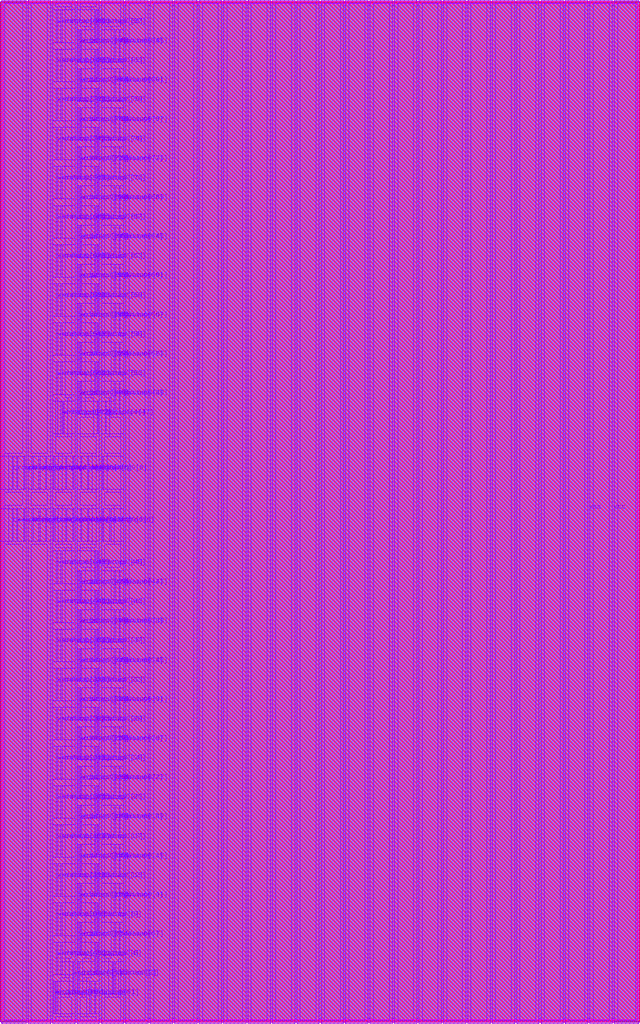
<source format=lef>
VERSION 5.8 ;
BUSBITCHARS "[]" ;
DIVIDERCHAR "/" ;

UNITS
  DATABASE MICRONS 4000 ;
END UNITS

PROPERTYDEFINITIONS
  MACRO hpml_layer STRING ;
  MACRO heml_layer STRING ;
END PROPERTYDEFINITIONS

MACRO arf086b128e1r1w0cbbehsaa4acw
  CLASS BLOCK ;
  FOREIGN arf086b128e1r1w0cbbehsaa4acw ;
  ORIGIN 0 0 ;
  SIZE 23.4 BY 37.44 ;
  PIN ckrdp0
    DIRECTION INPUT ;
    USE SIGNAL ;
    PORT
      LAYER m7 ;
        RECT 0.344 19.56 0.388 20.76 ;
    END
  END ckrdp0
  PIN ckwrp0
    DIRECTION INPUT ;
    USE SIGNAL ;
    PORT
      LAYER m7 ;
        RECT 0.344 17.64 0.388 18.84 ;
    END
  END ckwrp0
  PIN rdaddrp0[0]
    DIRECTION INPUT ;
    USE SIGNAL ;
    PORT
      LAYER m7 ;
        RECT 1.584 19.56 1.628 20.76 ;
    END
  END rdaddrp0[0]
  PIN rdaddrp0[1]
    DIRECTION INPUT ;
    USE SIGNAL ;
    PORT
      LAYER m7 ;
        RECT 1.884 19.56 1.928 20.76 ;
    END
  END rdaddrp0[1]
  PIN rdaddrp0[2]
    DIRECTION INPUT ;
    USE SIGNAL ;
    PORT
      LAYER m7 ;
        RECT 2.312 19.56 2.356 20.76 ;
    END
  END rdaddrp0[2]
  PIN rdaddrp0[3]
    DIRECTION INPUT ;
    USE SIGNAL ;
    PORT
      LAYER m7 ;
        RECT 2.572 19.56 2.616 20.76 ;
    END
  END rdaddrp0[3]
  PIN rdaddrp0[4]
    DIRECTION INPUT ;
    USE SIGNAL ;
    PORT
      LAYER m7 ;
        RECT 2.872 19.56 2.916 20.76 ;
    END
  END rdaddrp0[4]
  PIN rdaddrp0[5]
    DIRECTION INPUT ;
    USE SIGNAL ;
    PORT
      LAYER m7 ;
        RECT 3.128 19.56 3.172 20.76 ;
    END
  END rdaddrp0[5]
  PIN rdaddrp0[6]
    DIRECTION INPUT ;
    USE SIGNAL ;
    PORT
      LAYER m7 ;
        RECT 3.684 19.56 3.728 20.76 ;
    END
  END rdaddrp0[6]
  PIN rdaddrp0_fd
    DIRECTION INPUT ;
    USE SIGNAL ;
    PORT
      LAYER m7 ;
        RECT 0.512 19.56 0.556 20.76 ;
    END
  END rdaddrp0_fd
  PIN rdaddrp0_rd
    DIRECTION INPUT ;
    USE SIGNAL ;
    PORT
      LAYER m7 ;
        RECT 0.772 19.56 0.816 20.76 ;
    END
  END rdaddrp0_rd
  PIN rdenp0
    DIRECTION INPUT ;
    USE SIGNAL ;
    PORT
      LAYER m7 ;
        RECT 1.072 19.56 1.116 20.76 ;
    END
  END rdenp0
  PIN sdl_initp0
    DIRECTION INPUT ;
    USE SIGNAL ;
    PORT
      LAYER m7 ;
        RECT 1.328 19.56 1.372 20.76 ;
    END
  END sdl_initp0
  PIN wraddrp0[0]
    DIRECTION INPUT ;
    USE SIGNAL ;
    PORT
      LAYER m7 ;
        RECT 1.884 17.64 1.928 18.84 ;
    END
  END wraddrp0[0]
  PIN wraddrp0[1]
    DIRECTION INPUT ;
    USE SIGNAL ;
    PORT
      LAYER m7 ;
        RECT 2.312 17.64 2.356 18.84 ;
    END
  END wraddrp0[1]
  PIN wraddrp0[2]
    DIRECTION INPUT ;
    USE SIGNAL ;
    PORT
      LAYER m7 ;
        RECT 2.572 17.64 2.616 18.84 ;
    END
  END wraddrp0[2]
  PIN wraddrp0[3]
    DIRECTION INPUT ;
    USE SIGNAL ;
    PORT
      LAYER m7 ;
        RECT 2.872 17.64 2.916 18.84 ;
    END
  END wraddrp0[3]
  PIN wraddrp0[4]
    DIRECTION INPUT ;
    USE SIGNAL ;
    PORT
      LAYER m7 ;
        RECT 3.128 17.64 3.172 18.84 ;
    END
  END wraddrp0[4]
  PIN wraddrp0[5]
    DIRECTION INPUT ;
    USE SIGNAL ;
    PORT
      LAYER m7 ;
        RECT 3.684 17.64 3.728 18.84 ;
    END
  END wraddrp0[5]
  PIN wraddrp0[6]
    DIRECTION INPUT ;
    USE SIGNAL ;
    PORT
      LAYER m7 ;
        RECT 3.944 17.64 3.988 18.84 ;
    END
  END wraddrp0[6]
  PIN wraddrp0_fd
    DIRECTION INPUT ;
    USE SIGNAL ;
    PORT
      LAYER m7 ;
        RECT 0.512 17.64 0.556 18.84 ;
    END
  END wraddrp0_fd
  PIN wraddrp0_rd
    DIRECTION INPUT ;
    USE SIGNAL ;
    PORT
      LAYER m7 ;
        RECT 0.772 17.64 0.816 18.84 ;
    END
  END wraddrp0_rd
  PIN wrdatap0[0]
    DIRECTION INPUT ;
    USE SIGNAL ;
    PORT
      LAYER m7 ;
        RECT 1.884 0.24 1.928 1.44 ;
    END
  END wrdatap0[0]
  PIN wrdatap0[10]
    DIRECTION INPUT ;
    USE SIGNAL ;
    PORT
      LAYER m7 ;
        RECT 2.784 3.84 2.828 5.04 ;
    END
  END wrdatap0[10]
  PIN wrdatap0[11]
    DIRECTION INPUT ;
    USE SIGNAL ;
    PORT
      LAYER m7 ;
        RECT 2.872 3.84 2.916 5.04 ;
    END
  END wrdatap0[11]
  PIN wrdatap0[12]
    DIRECTION INPUT ;
    USE SIGNAL ;
    PORT
      LAYER m7 ;
        RECT 1.972 4.56 2.016 5.76 ;
    END
  END wrdatap0[12]
  PIN wrdatap0[13]
    DIRECTION INPUT ;
    USE SIGNAL ;
    PORT
      LAYER m7 ;
        RECT 2.144 4.56 2.188 5.76 ;
    END
  END wrdatap0[13]
  PIN wrdatap0[14]
    DIRECTION INPUT ;
    USE SIGNAL ;
    PORT
      LAYER m7 ;
        RECT 2.784 5.28 2.828 6.48 ;
    END
  END wrdatap0[14]
  PIN wrdatap0[15]
    DIRECTION INPUT ;
    USE SIGNAL ;
    PORT
      LAYER m7 ;
        RECT 2.872 5.28 2.916 6.48 ;
    END
  END wrdatap0[15]
  PIN wrdatap0[16]
    DIRECTION INPUT ;
    USE SIGNAL ;
    PORT
      LAYER m7 ;
        RECT 1.972 6 2.016 7.2 ;
    END
  END wrdatap0[16]
  PIN wrdatap0[17]
    DIRECTION INPUT ;
    USE SIGNAL ;
    PORT
      LAYER m7 ;
        RECT 2.144 6 2.188 7.2 ;
    END
  END wrdatap0[17]
  PIN wrdatap0[18]
    DIRECTION INPUT ;
    USE SIGNAL ;
    PORT
      LAYER m7 ;
        RECT 2.784 6.72 2.828 7.92 ;
    END
  END wrdatap0[18]
  PIN wrdatap0[19]
    DIRECTION INPUT ;
    USE SIGNAL ;
    PORT
      LAYER m7 ;
        RECT 2.872 6.72 2.916 7.92 ;
    END
  END wrdatap0[19]
  PIN wrdatap0[1]
    DIRECTION INPUT ;
    USE SIGNAL ;
    PORT
      LAYER m7 ;
        RECT 1.972 0.24 2.016 1.44 ;
    END
  END wrdatap0[1]
  PIN wrdatap0[20]
    DIRECTION INPUT ;
    USE SIGNAL ;
    PORT
      LAYER m7 ;
        RECT 1.972 7.44 2.016 8.64 ;
    END
  END wrdatap0[20]
  PIN wrdatap0[21]
    DIRECTION INPUT ;
    USE SIGNAL ;
    PORT
      LAYER m7 ;
        RECT 2.144 7.44 2.188 8.64 ;
    END
  END wrdatap0[21]
  PIN wrdatap0[22]
    DIRECTION INPUT ;
    USE SIGNAL ;
    PORT
      LAYER m7 ;
        RECT 2.784 8.16 2.828 9.36 ;
    END
  END wrdatap0[22]
  PIN wrdatap0[23]
    DIRECTION INPUT ;
    USE SIGNAL ;
    PORT
      LAYER m7 ;
        RECT 2.872 8.16 2.916 9.36 ;
    END
  END wrdatap0[23]
  PIN wrdatap0[24]
    DIRECTION INPUT ;
    USE SIGNAL ;
    PORT
      LAYER m7 ;
        RECT 1.972 8.88 2.016 10.08 ;
    END
  END wrdatap0[24]
  PIN wrdatap0[25]
    DIRECTION INPUT ;
    USE SIGNAL ;
    PORT
      LAYER m7 ;
        RECT 2.144 8.88 2.188 10.08 ;
    END
  END wrdatap0[25]
  PIN wrdatap0[26]
    DIRECTION INPUT ;
    USE SIGNAL ;
    PORT
      LAYER m7 ;
        RECT 2.784 9.6 2.828 10.8 ;
    END
  END wrdatap0[26]
  PIN wrdatap0[27]
    DIRECTION INPUT ;
    USE SIGNAL ;
    PORT
      LAYER m7 ;
        RECT 2.872 9.6 2.916 10.8 ;
    END
  END wrdatap0[27]
  PIN wrdatap0[28]
    DIRECTION INPUT ;
    USE SIGNAL ;
    PORT
      LAYER m7 ;
        RECT 1.972 10.32 2.016 11.52 ;
    END
  END wrdatap0[28]
  PIN wrdatap0[29]
    DIRECTION INPUT ;
    USE SIGNAL ;
    PORT
      LAYER m7 ;
        RECT 2.144 10.32 2.188 11.52 ;
    END
  END wrdatap0[29]
  PIN wrdatap0[2]
    DIRECTION INPUT ;
    USE SIGNAL ;
    PORT
      LAYER m7 ;
        RECT 2.572 0.96 2.616 2.16 ;
    END
  END wrdatap0[2]
  PIN wrdatap0[30]
    DIRECTION INPUT ;
    USE SIGNAL ;
    PORT
      LAYER m7 ;
        RECT 2.784 11.04 2.828 12.24 ;
    END
  END wrdatap0[30]
  PIN wrdatap0[31]
    DIRECTION INPUT ;
    USE SIGNAL ;
    PORT
      LAYER m7 ;
        RECT 2.872 11.04 2.916 12.24 ;
    END
  END wrdatap0[31]
  PIN wrdatap0[32]
    DIRECTION INPUT ;
    USE SIGNAL ;
    PORT
      LAYER m7 ;
        RECT 1.972 11.76 2.016 12.96 ;
    END
  END wrdatap0[32]
  PIN wrdatap0[33]
    DIRECTION INPUT ;
    USE SIGNAL ;
    PORT
      LAYER m7 ;
        RECT 2.144 11.76 2.188 12.96 ;
    END
  END wrdatap0[33]
  PIN wrdatap0[34]
    DIRECTION INPUT ;
    USE SIGNAL ;
    PORT
      LAYER m7 ;
        RECT 2.784 12.48 2.828 13.68 ;
    END
  END wrdatap0[34]
  PIN wrdatap0[35]
    DIRECTION INPUT ;
    USE SIGNAL ;
    PORT
      LAYER m7 ;
        RECT 2.872 12.48 2.916 13.68 ;
    END
  END wrdatap0[35]
  PIN wrdatap0[36]
    DIRECTION INPUT ;
    USE SIGNAL ;
    PORT
      LAYER m7 ;
        RECT 1.972 13.2 2.016 14.4 ;
    END
  END wrdatap0[36]
  PIN wrdatap0[37]
    DIRECTION INPUT ;
    USE SIGNAL ;
    PORT
      LAYER m7 ;
        RECT 2.144 13.2 2.188 14.4 ;
    END
  END wrdatap0[37]
  PIN wrdatap0[38]
    DIRECTION INPUT ;
    USE SIGNAL ;
    PORT
      LAYER m7 ;
        RECT 2.784 13.92 2.828 15.12 ;
    END
  END wrdatap0[38]
  PIN wrdatap0[39]
    DIRECTION INPUT ;
    USE SIGNAL ;
    PORT
      LAYER m7 ;
        RECT 2.872 13.92 2.916 15.12 ;
    END
  END wrdatap0[39]
  PIN wrdatap0[3]
    DIRECTION INPUT ;
    USE SIGNAL ;
    PORT
      LAYER m7 ;
        RECT 2.784 0.96 2.828 2.16 ;
    END
  END wrdatap0[3]
  PIN wrdatap0[40]
    DIRECTION INPUT ;
    USE SIGNAL ;
    PORT
      LAYER m7 ;
        RECT 1.972 14.64 2.016 15.84 ;
    END
  END wrdatap0[40]
  PIN wrdatap0[41]
    DIRECTION INPUT ;
    USE SIGNAL ;
    PORT
      LAYER m7 ;
        RECT 2.144 14.64 2.188 15.84 ;
    END
  END wrdatap0[41]
  PIN wrdatap0[42]
    DIRECTION INPUT ;
    USE SIGNAL ;
    PORT
      LAYER m7 ;
        RECT 2.784 15.36 2.828 16.56 ;
    END
  END wrdatap0[42]
  PIN wrdatap0[43]
    DIRECTION INPUT ;
    USE SIGNAL ;
    PORT
      LAYER m7 ;
        RECT 2.872 15.36 2.916 16.56 ;
    END
  END wrdatap0[43]
  PIN wrdatap0[44]
    DIRECTION INPUT ;
    USE SIGNAL ;
    PORT
      LAYER m7 ;
        RECT 1.972 16.08 2.016 17.28 ;
    END
  END wrdatap0[44]
  PIN wrdatap0[45]
    DIRECTION INPUT ;
    USE SIGNAL ;
    PORT
      LAYER m7 ;
        RECT 2.144 16.08 2.188 17.28 ;
    END
  END wrdatap0[45]
  PIN wrdatap0[46]
    DIRECTION INPUT ;
    USE SIGNAL ;
    PORT
      LAYER m7 ;
        RECT 2.144 21.6 2.188 22.8 ;
    END
  END wrdatap0[46]
  PIN wrdatap0[47]
    DIRECTION INPUT ;
    USE SIGNAL ;
    PORT
      LAYER m7 ;
        RECT 2.228 21.6 2.272 22.8 ;
    END
  END wrdatap0[47]
  PIN wrdatap0[48]
    DIRECTION INPUT ;
    USE SIGNAL ;
    PORT
      LAYER m7 ;
        RECT 2.784 22.32 2.828 23.52 ;
    END
  END wrdatap0[48]
  PIN wrdatap0[49]
    DIRECTION INPUT ;
    USE SIGNAL ;
    PORT
      LAYER m7 ;
        RECT 2.872 22.32 2.916 23.52 ;
    END
  END wrdatap0[49]
  PIN wrdatap0[4]
    DIRECTION INPUT ;
    USE SIGNAL ;
    PORT
      LAYER m7 ;
        RECT 1.972 1.68 2.016 2.88 ;
    END
  END wrdatap0[4]
  PIN wrdatap0[50]
    DIRECTION INPUT ;
    USE SIGNAL ;
    PORT
      LAYER m7 ;
        RECT 1.972 23.04 2.016 24.24 ;
    END
  END wrdatap0[50]
  PIN wrdatap0[51]
    DIRECTION INPUT ;
    USE SIGNAL ;
    PORT
      LAYER m7 ;
        RECT 2.144 23.04 2.188 24.24 ;
    END
  END wrdatap0[51]
  PIN wrdatap0[52]
    DIRECTION INPUT ;
    USE SIGNAL ;
    PORT
      LAYER m7 ;
        RECT 2.784 23.76 2.828 24.96 ;
    END
  END wrdatap0[52]
  PIN wrdatap0[53]
    DIRECTION INPUT ;
    USE SIGNAL ;
    PORT
      LAYER m7 ;
        RECT 2.872 23.76 2.916 24.96 ;
    END
  END wrdatap0[53]
  PIN wrdatap0[54]
    DIRECTION INPUT ;
    USE SIGNAL ;
    PORT
      LAYER m7 ;
        RECT 1.972 24.48 2.016 25.68 ;
    END
  END wrdatap0[54]
  PIN wrdatap0[55]
    DIRECTION INPUT ;
    USE SIGNAL ;
    PORT
      LAYER m7 ;
        RECT 2.144 24.48 2.188 25.68 ;
    END
  END wrdatap0[55]
  PIN wrdatap0[56]
    DIRECTION INPUT ;
    USE SIGNAL ;
    PORT
      LAYER m7 ;
        RECT 2.784 25.2 2.828 26.4 ;
    END
  END wrdatap0[56]
  PIN wrdatap0[57]
    DIRECTION INPUT ;
    USE SIGNAL ;
    PORT
      LAYER m7 ;
        RECT 2.872 25.2 2.916 26.4 ;
    END
  END wrdatap0[57]
  PIN wrdatap0[58]
    DIRECTION INPUT ;
    USE SIGNAL ;
    PORT
      LAYER m7 ;
        RECT 1.972 25.92 2.016 27.12 ;
    END
  END wrdatap0[58]
  PIN wrdatap0[59]
    DIRECTION INPUT ;
    USE SIGNAL ;
    PORT
      LAYER m7 ;
        RECT 2.144 25.92 2.188 27.12 ;
    END
  END wrdatap0[59]
  PIN wrdatap0[5]
    DIRECTION INPUT ;
    USE SIGNAL ;
    PORT
      LAYER m7 ;
        RECT 2.144 1.68 2.188 2.88 ;
    END
  END wrdatap0[5]
  PIN wrdatap0[60]
    DIRECTION INPUT ;
    USE SIGNAL ;
    PORT
      LAYER m7 ;
        RECT 2.784 26.64 2.828 27.84 ;
    END
  END wrdatap0[60]
  PIN wrdatap0[61]
    DIRECTION INPUT ;
    USE SIGNAL ;
    PORT
      LAYER m7 ;
        RECT 2.872 26.64 2.916 27.84 ;
    END
  END wrdatap0[61]
  PIN wrdatap0[62]
    DIRECTION INPUT ;
    USE SIGNAL ;
    PORT
      LAYER m7 ;
        RECT 1.972 27.36 2.016 28.56 ;
    END
  END wrdatap0[62]
  PIN wrdatap0[63]
    DIRECTION INPUT ;
    USE SIGNAL ;
    PORT
      LAYER m7 ;
        RECT 2.144 27.36 2.188 28.56 ;
    END
  END wrdatap0[63]
  PIN wrdatap0[64]
    DIRECTION INPUT ;
    USE SIGNAL ;
    PORT
      LAYER m7 ;
        RECT 2.784 28.08 2.828 29.28 ;
    END
  END wrdatap0[64]
  PIN wrdatap0[65]
    DIRECTION INPUT ;
    USE SIGNAL ;
    PORT
      LAYER m7 ;
        RECT 2.872 28.08 2.916 29.28 ;
    END
  END wrdatap0[65]
  PIN wrdatap0[66]
    DIRECTION INPUT ;
    USE SIGNAL ;
    PORT
      LAYER m7 ;
        RECT 1.972 28.8 2.016 30 ;
    END
  END wrdatap0[66]
  PIN wrdatap0[67]
    DIRECTION INPUT ;
    USE SIGNAL ;
    PORT
      LAYER m7 ;
        RECT 2.144 28.8 2.188 30 ;
    END
  END wrdatap0[67]
  PIN wrdatap0[68]
    DIRECTION INPUT ;
    USE SIGNAL ;
    PORT
      LAYER m7 ;
        RECT 2.784 29.52 2.828 30.72 ;
    END
  END wrdatap0[68]
  PIN wrdatap0[69]
    DIRECTION INPUT ;
    USE SIGNAL ;
    PORT
      LAYER m7 ;
        RECT 2.872 29.52 2.916 30.72 ;
    END
  END wrdatap0[69]
  PIN wrdatap0[6]
    DIRECTION INPUT ;
    USE SIGNAL ;
    PORT
      LAYER m7 ;
        RECT 2.784 2.4 2.828 3.6 ;
    END
  END wrdatap0[6]
  PIN wrdatap0[70]
    DIRECTION INPUT ;
    USE SIGNAL ;
    PORT
      LAYER m7 ;
        RECT 1.972 30.24 2.016 31.44 ;
    END
  END wrdatap0[70]
  PIN wrdatap0[71]
    DIRECTION INPUT ;
    USE SIGNAL ;
    PORT
      LAYER m7 ;
        RECT 2.144 30.24 2.188 31.44 ;
    END
  END wrdatap0[71]
  PIN wrdatap0[72]
    DIRECTION INPUT ;
    USE SIGNAL ;
    PORT
      LAYER m7 ;
        RECT 2.784 30.96 2.828 32.16 ;
    END
  END wrdatap0[72]
  PIN wrdatap0[73]
    DIRECTION INPUT ;
    USE SIGNAL ;
    PORT
      LAYER m7 ;
        RECT 2.872 30.96 2.916 32.16 ;
    END
  END wrdatap0[73]
  PIN wrdatap0[74]
    DIRECTION INPUT ;
    USE SIGNAL ;
    PORT
      LAYER m7 ;
        RECT 1.972 31.68 2.016 32.88 ;
    END
  END wrdatap0[74]
  PIN wrdatap0[75]
    DIRECTION INPUT ;
    USE SIGNAL ;
    PORT
      LAYER m7 ;
        RECT 2.144 31.68 2.188 32.88 ;
    END
  END wrdatap0[75]
  PIN wrdatap0[76]
    DIRECTION INPUT ;
    USE SIGNAL ;
    PORT
      LAYER m7 ;
        RECT 2.784 32.4 2.828 33.6 ;
    END
  END wrdatap0[76]
  PIN wrdatap0[77]
    DIRECTION INPUT ;
    USE SIGNAL ;
    PORT
      LAYER m7 ;
        RECT 2.872 32.4 2.916 33.6 ;
    END
  END wrdatap0[77]
  PIN wrdatap0[78]
    DIRECTION INPUT ;
    USE SIGNAL ;
    PORT
      LAYER m7 ;
        RECT 1.972 33.12 2.016 34.32 ;
    END
  END wrdatap0[78]
  PIN wrdatap0[79]
    DIRECTION INPUT ;
    USE SIGNAL ;
    PORT
      LAYER m7 ;
        RECT 2.144 33.12 2.188 34.32 ;
    END
  END wrdatap0[79]
  PIN wrdatap0[7]
    DIRECTION INPUT ;
    USE SIGNAL ;
    PORT
      LAYER m7 ;
        RECT 2.872 2.4 2.916 3.6 ;
    END
  END wrdatap0[7]
  PIN wrdatap0[80]
    DIRECTION INPUT ;
    USE SIGNAL ;
    PORT
      LAYER m7 ;
        RECT 2.784 33.84 2.828 35.04 ;
    END
  END wrdatap0[80]
  PIN wrdatap0[81]
    DIRECTION INPUT ;
    USE SIGNAL ;
    PORT
      LAYER m7 ;
        RECT 2.872 33.84 2.916 35.04 ;
    END
  END wrdatap0[81]
  PIN wrdatap0[82]
    DIRECTION INPUT ;
    USE SIGNAL ;
    PORT
      LAYER m7 ;
        RECT 1.972 34.56 2.016 35.76 ;
    END
  END wrdatap0[82]
  PIN wrdatap0[83]
    DIRECTION INPUT ;
    USE SIGNAL ;
    PORT
      LAYER m7 ;
        RECT 2.144 34.56 2.188 35.76 ;
    END
  END wrdatap0[83]
  PIN wrdatap0[84]
    DIRECTION INPUT ;
    USE SIGNAL ;
    PORT
      LAYER m7 ;
        RECT 2.784 35.28 2.828 36.48 ;
    END
  END wrdatap0[84]
  PIN wrdatap0[85]
    DIRECTION INPUT ;
    USE SIGNAL ;
    PORT
      LAYER m7 ;
        RECT 2.872 35.28 2.916 36.48 ;
    END
  END wrdatap0[85]
  PIN wrdatap0[86]
    DIRECTION INPUT ;
    USE SIGNAL ;
    PORT
      LAYER m7 ;
        RECT 1.972 36 2.016 37.2 ;
    END
  END wrdatap0[86]
  PIN wrdatap0[87]
    DIRECTION INPUT ;
    USE SIGNAL ;
    PORT
      LAYER m7 ;
        RECT 2.144 36 2.188 37.2 ;
    END
  END wrdatap0[87]
  PIN wrdatap0[8]
    DIRECTION INPUT ;
    USE SIGNAL ;
    PORT
      LAYER m7 ;
        RECT 1.972 3.12 2.016 4.32 ;
    END
  END wrdatap0[8]
  PIN wrdatap0[9]
    DIRECTION INPUT ;
    USE SIGNAL ;
    PORT
      LAYER m7 ;
        RECT 2.144 3.12 2.188 4.32 ;
    END
  END wrdatap0[9]
  PIN wrdatap0_fd
    DIRECTION INPUT ;
    USE SIGNAL ;
    PORT
      LAYER m7 ;
        RECT 1.328 17.64 1.372 18.84 ;
    END
  END wrdatap0_fd
  PIN wrdatap0_rd
    DIRECTION INPUT ;
    USE SIGNAL ;
    PORT
      LAYER m7 ;
        RECT 1.584 17.64 1.628 18.84 ;
    END
  END wrdatap0_rd
  PIN wrenp0
    DIRECTION INPUT ;
    USE SIGNAL ;
    PORT
      LAYER m7 ;
        RECT 1.072 17.64 1.116 18.84 ;
    END
  END wrenp0
  PIN rddatap0[0]
    DIRECTION OUTPUT ;
    USE SIGNAL ;
    PORT
      LAYER m7 ;
        RECT 3.212 0.24 3.256 1.44 ;
    END
  END rddatap0[0]
  PIN rddatap0[10]
    DIRECTION OUTPUT ;
    USE SIGNAL ;
    PORT
      LAYER m7 ;
        RECT 4.112 3.84 4.156 5.04 ;
    END
  END rddatap0[10]
  PIN rddatap0[11]
    DIRECTION OUTPUT ;
    USE SIGNAL ;
    PORT
      LAYER m7 ;
        RECT 4.284 3.84 4.328 5.04 ;
    END
  END rddatap0[11]
  PIN rddatap0[12]
    DIRECTION OUTPUT ;
    USE SIGNAL ;
    PORT
      LAYER m7 ;
        RECT 3.384 4.56 3.428 5.76 ;
    END
  END rddatap0[12]
  PIN rddatap0[13]
    DIRECTION OUTPUT ;
    USE SIGNAL ;
    PORT
      LAYER m7 ;
        RECT 3.472 4.56 3.516 5.76 ;
    END
  END rddatap0[13]
  PIN rddatap0[14]
    DIRECTION OUTPUT ;
    USE SIGNAL ;
    PORT
      LAYER m7 ;
        RECT 4.112 5.28 4.156 6.48 ;
    END
  END rddatap0[14]
  PIN rddatap0[15]
    DIRECTION OUTPUT ;
    USE SIGNAL ;
    PORT
      LAYER m7 ;
        RECT 4.284 5.28 4.328 6.48 ;
    END
  END rddatap0[15]
  PIN rddatap0[16]
    DIRECTION OUTPUT ;
    USE SIGNAL ;
    PORT
      LAYER m7 ;
        RECT 3.384 6 3.428 7.2 ;
    END
  END rddatap0[16]
  PIN rddatap0[17]
    DIRECTION OUTPUT ;
    USE SIGNAL ;
    PORT
      LAYER m7 ;
        RECT 3.472 6 3.516 7.2 ;
    END
  END rddatap0[17]
  PIN rddatap0[18]
    DIRECTION OUTPUT ;
    USE SIGNAL ;
    PORT
      LAYER m7 ;
        RECT 4.112 6.72 4.156 7.92 ;
    END
  END rddatap0[18]
  PIN rddatap0[19]
    DIRECTION OUTPUT ;
    USE SIGNAL ;
    PORT
      LAYER m7 ;
        RECT 4.284 6.72 4.328 7.92 ;
    END
  END rddatap0[19]
  PIN rddatap0[1]
    DIRECTION OUTPUT ;
    USE SIGNAL ;
    PORT
      LAYER m7 ;
        RECT 3.384 0.24 3.428 1.44 ;
    END
  END rddatap0[1]
  PIN rddatap0[20]
    DIRECTION OUTPUT ;
    USE SIGNAL ;
    PORT
      LAYER m7 ;
        RECT 3.384 7.44 3.428 8.64 ;
    END
  END rddatap0[20]
  PIN rddatap0[21]
    DIRECTION OUTPUT ;
    USE SIGNAL ;
    PORT
      LAYER m7 ;
        RECT 3.472 7.44 3.516 8.64 ;
    END
  END rddatap0[21]
  PIN rddatap0[22]
    DIRECTION OUTPUT ;
    USE SIGNAL ;
    PORT
      LAYER m7 ;
        RECT 4.112 8.16 4.156 9.36 ;
    END
  END rddatap0[22]
  PIN rddatap0[23]
    DIRECTION OUTPUT ;
    USE SIGNAL ;
    PORT
      LAYER m7 ;
        RECT 4.284 8.16 4.328 9.36 ;
    END
  END rddatap0[23]
  PIN rddatap0[24]
    DIRECTION OUTPUT ;
    USE SIGNAL ;
    PORT
      LAYER m7 ;
        RECT 3.384 8.88 3.428 10.08 ;
    END
  END rddatap0[24]
  PIN rddatap0[25]
    DIRECTION OUTPUT ;
    USE SIGNAL ;
    PORT
      LAYER m7 ;
        RECT 3.472 8.88 3.516 10.08 ;
    END
  END rddatap0[25]
  PIN rddatap0[26]
    DIRECTION OUTPUT ;
    USE SIGNAL ;
    PORT
      LAYER m7 ;
        RECT 4.112 9.6 4.156 10.8 ;
    END
  END rddatap0[26]
  PIN rddatap0[27]
    DIRECTION OUTPUT ;
    USE SIGNAL ;
    PORT
      LAYER m7 ;
        RECT 4.284 9.6 4.328 10.8 ;
    END
  END rddatap0[27]
  PIN rddatap0[28]
    DIRECTION OUTPUT ;
    USE SIGNAL ;
    PORT
      LAYER m7 ;
        RECT 3.384 10.32 3.428 11.52 ;
    END
  END rddatap0[28]
  PIN rddatap0[29]
    DIRECTION OUTPUT ;
    USE SIGNAL ;
    PORT
      LAYER m7 ;
        RECT 3.472 10.32 3.516 11.52 ;
    END
  END rddatap0[29]
  PIN rddatap0[2]
    DIRECTION OUTPUT ;
    USE SIGNAL ;
    PORT
      LAYER m7 ;
        RECT 4.028 0.96 4.072 2.16 ;
    END
  END rddatap0[2]
  PIN rddatap0[30]
    DIRECTION OUTPUT ;
    USE SIGNAL ;
    PORT
      LAYER m7 ;
        RECT 4.112 11.04 4.156 12.24 ;
    END
  END rddatap0[30]
  PIN rddatap0[31]
    DIRECTION OUTPUT ;
    USE SIGNAL ;
    PORT
      LAYER m7 ;
        RECT 4.284 11.04 4.328 12.24 ;
    END
  END rddatap0[31]
  PIN rddatap0[32]
    DIRECTION OUTPUT ;
    USE SIGNAL ;
    PORT
      LAYER m7 ;
        RECT 3.384 11.76 3.428 12.96 ;
    END
  END rddatap0[32]
  PIN rddatap0[33]
    DIRECTION OUTPUT ;
    USE SIGNAL ;
    PORT
      LAYER m7 ;
        RECT 3.472 11.76 3.516 12.96 ;
    END
  END rddatap0[33]
  PIN rddatap0[34]
    DIRECTION OUTPUT ;
    USE SIGNAL ;
    PORT
      LAYER m7 ;
        RECT 4.112 12.48 4.156 13.68 ;
    END
  END rddatap0[34]
  PIN rddatap0[35]
    DIRECTION OUTPUT ;
    USE SIGNAL ;
    PORT
      LAYER m7 ;
        RECT 4.284 12.48 4.328 13.68 ;
    END
  END rddatap0[35]
  PIN rddatap0[36]
    DIRECTION OUTPUT ;
    USE SIGNAL ;
    PORT
      LAYER m7 ;
        RECT 3.384 13.2 3.428 14.4 ;
    END
  END rddatap0[36]
  PIN rddatap0[37]
    DIRECTION OUTPUT ;
    USE SIGNAL ;
    PORT
      LAYER m7 ;
        RECT 3.472 13.2 3.516 14.4 ;
    END
  END rddatap0[37]
  PIN rddatap0[38]
    DIRECTION OUTPUT ;
    USE SIGNAL ;
    PORT
      LAYER m7 ;
        RECT 4.112 13.92 4.156 15.12 ;
    END
  END rddatap0[38]
  PIN rddatap0[39]
    DIRECTION OUTPUT ;
    USE SIGNAL ;
    PORT
      LAYER m7 ;
        RECT 4.284 13.92 4.328 15.12 ;
    END
  END rddatap0[39]
  PIN rddatap0[3]
    DIRECTION OUTPUT ;
    USE SIGNAL ;
    PORT
      LAYER m7 ;
        RECT 4.112 0.96 4.156 2.16 ;
    END
  END rddatap0[3]
  PIN rddatap0[40]
    DIRECTION OUTPUT ;
    USE SIGNAL ;
    PORT
      LAYER m7 ;
        RECT 3.384 14.64 3.428 15.84 ;
    END
  END rddatap0[40]
  PIN rddatap0[41]
    DIRECTION OUTPUT ;
    USE SIGNAL ;
    PORT
      LAYER m7 ;
        RECT 3.472 14.64 3.516 15.84 ;
    END
  END rddatap0[41]
  PIN rddatap0[42]
    DIRECTION OUTPUT ;
    USE SIGNAL ;
    PORT
      LAYER m7 ;
        RECT 4.112 15.36 4.156 16.56 ;
    END
  END rddatap0[42]
  PIN rddatap0[43]
    DIRECTION OUTPUT ;
    USE SIGNAL ;
    PORT
      LAYER m7 ;
        RECT 4.284 15.36 4.328 16.56 ;
    END
  END rddatap0[43]
  PIN rddatap0[44]
    DIRECTION OUTPUT ;
    USE SIGNAL ;
    PORT
      LAYER m7 ;
        RECT 3.384 16.08 3.428 17.28 ;
    END
  END rddatap0[44]
  PIN rddatap0[45]
    DIRECTION OUTPUT ;
    USE SIGNAL ;
    PORT
      LAYER m7 ;
        RECT 3.472 16.08 3.516 17.28 ;
    END
  END rddatap0[45]
  PIN rddatap0[46]
    DIRECTION OUTPUT ;
    USE SIGNAL ;
    PORT
      LAYER m7 ;
        RECT 3.472 21.6 3.516 22.8 ;
    END
  END rddatap0[46]
  PIN rddatap0[47]
    DIRECTION OUTPUT ;
    USE SIGNAL ;
    PORT
      LAYER m7 ;
        RECT 3.772 21.6 3.816 22.8 ;
    END
  END rddatap0[47]
  PIN rddatap0[48]
    DIRECTION OUTPUT ;
    USE SIGNAL ;
    PORT
      LAYER m7 ;
        RECT 4.112 22.32 4.156 23.52 ;
    END
  END rddatap0[48]
  PIN rddatap0[49]
    DIRECTION OUTPUT ;
    USE SIGNAL ;
    PORT
      LAYER m7 ;
        RECT 4.284 22.32 4.328 23.52 ;
    END
  END rddatap0[49]
  PIN rddatap0[4]
    DIRECTION OUTPUT ;
    USE SIGNAL ;
    PORT
      LAYER m7 ;
        RECT 3.384 1.68 3.428 2.88 ;
    END
  END rddatap0[4]
  PIN rddatap0[50]
    DIRECTION OUTPUT ;
    USE SIGNAL ;
    PORT
      LAYER m7 ;
        RECT 3.384 23.04 3.428 24.24 ;
    END
  END rddatap0[50]
  PIN rddatap0[51]
    DIRECTION OUTPUT ;
    USE SIGNAL ;
    PORT
      LAYER m7 ;
        RECT 3.472 23.04 3.516 24.24 ;
    END
  END rddatap0[51]
  PIN rddatap0[52]
    DIRECTION OUTPUT ;
    USE SIGNAL ;
    PORT
      LAYER m7 ;
        RECT 4.112 23.76 4.156 24.96 ;
    END
  END rddatap0[52]
  PIN rddatap0[53]
    DIRECTION OUTPUT ;
    USE SIGNAL ;
    PORT
      LAYER m7 ;
        RECT 4.284 23.76 4.328 24.96 ;
    END
  END rddatap0[53]
  PIN rddatap0[54]
    DIRECTION OUTPUT ;
    USE SIGNAL ;
    PORT
      LAYER m7 ;
        RECT 3.384 24.48 3.428 25.68 ;
    END
  END rddatap0[54]
  PIN rddatap0[55]
    DIRECTION OUTPUT ;
    USE SIGNAL ;
    PORT
      LAYER m7 ;
        RECT 3.472 24.48 3.516 25.68 ;
    END
  END rddatap0[55]
  PIN rddatap0[56]
    DIRECTION OUTPUT ;
    USE SIGNAL ;
    PORT
      LAYER m7 ;
        RECT 4.112 25.2 4.156 26.4 ;
    END
  END rddatap0[56]
  PIN rddatap0[57]
    DIRECTION OUTPUT ;
    USE SIGNAL ;
    PORT
      LAYER m7 ;
        RECT 4.284 25.2 4.328 26.4 ;
    END
  END rddatap0[57]
  PIN rddatap0[58]
    DIRECTION OUTPUT ;
    USE SIGNAL ;
    PORT
      LAYER m7 ;
        RECT 3.384 25.92 3.428 27.12 ;
    END
  END rddatap0[58]
  PIN rddatap0[59]
    DIRECTION OUTPUT ;
    USE SIGNAL ;
    PORT
      LAYER m7 ;
        RECT 3.472 25.92 3.516 27.12 ;
    END
  END rddatap0[59]
  PIN rddatap0[5]
    DIRECTION OUTPUT ;
    USE SIGNAL ;
    PORT
      LAYER m7 ;
        RECT 3.472 1.68 3.516 2.88 ;
    END
  END rddatap0[5]
  PIN rddatap0[60]
    DIRECTION OUTPUT ;
    USE SIGNAL ;
    PORT
      LAYER m7 ;
        RECT 4.112 26.64 4.156 27.84 ;
    END
  END rddatap0[60]
  PIN rddatap0[61]
    DIRECTION OUTPUT ;
    USE SIGNAL ;
    PORT
      LAYER m7 ;
        RECT 4.284 26.64 4.328 27.84 ;
    END
  END rddatap0[61]
  PIN rddatap0[62]
    DIRECTION OUTPUT ;
    USE SIGNAL ;
    PORT
      LAYER m7 ;
        RECT 3.384 27.36 3.428 28.56 ;
    END
  END rddatap0[62]
  PIN rddatap0[63]
    DIRECTION OUTPUT ;
    USE SIGNAL ;
    PORT
      LAYER m7 ;
        RECT 3.472 27.36 3.516 28.56 ;
    END
  END rddatap0[63]
  PIN rddatap0[64]
    DIRECTION OUTPUT ;
    USE SIGNAL ;
    PORT
      LAYER m7 ;
        RECT 4.112 28.08 4.156 29.28 ;
    END
  END rddatap0[64]
  PIN rddatap0[65]
    DIRECTION OUTPUT ;
    USE SIGNAL ;
    PORT
      LAYER m7 ;
        RECT 4.284 28.08 4.328 29.28 ;
    END
  END rddatap0[65]
  PIN rddatap0[66]
    DIRECTION OUTPUT ;
    USE SIGNAL ;
    PORT
      LAYER m7 ;
        RECT 3.384 28.8 3.428 30 ;
    END
  END rddatap0[66]
  PIN rddatap0[67]
    DIRECTION OUTPUT ;
    USE SIGNAL ;
    PORT
      LAYER m7 ;
        RECT 3.472 28.8 3.516 30 ;
    END
  END rddatap0[67]
  PIN rddatap0[68]
    DIRECTION OUTPUT ;
    USE SIGNAL ;
    PORT
      LAYER m7 ;
        RECT 4.112 29.52 4.156 30.72 ;
    END
  END rddatap0[68]
  PIN rddatap0[69]
    DIRECTION OUTPUT ;
    USE SIGNAL ;
    PORT
      LAYER m7 ;
        RECT 4.284 29.52 4.328 30.72 ;
    END
  END rddatap0[69]
  PIN rddatap0[6]
    DIRECTION OUTPUT ;
    USE SIGNAL ;
    PORT
      LAYER m7 ;
        RECT 4.112 2.4 4.156 3.6 ;
    END
  END rddatap0[6]
  PIN rddatap0[70]
    DIRECTION OUTPUT ;
    USE SIGNAL ;
    PORT
      LAYER m7 ;
        RECT 3.384 30.24 3.428 31.44 ;
    END
  END rddatap0[70]
  PIN rddatap0[71]
    DIRECTION OUTPUT ;
    USE SIGNAL ;
    PORT
      LAYER m7 ;
        RECT 3.472 30.24 3.516 31.44 ;
    END
  END rddatap0[71]
  PIN rddatap0[72]
    DIRECTION OUTPUT ;
    USE SIGNAL ;
    PORT
      LAYER m7 ;
        RECT 4.112 30.96 4.156 32.16 ;
    END
  END rddatap0[72]
  PIN rddatap0[73]
    DIRECTION OUTPUT ;
    USE SIGNAL ;
    PORT
      LAYER m7 ;
        RECT 4.284 30.96 4.328 32.16 ;
    END
  END rddatap0[73]
  PIN rddatap0[74]
    DIRECTION OUTPUT ;
    USE SIGNAL ;
    PORT
      LAYER m7 ;
        RECT 3.384 31.68 3.428 32.88 ;
    END
  END rddatap0[74]
  PIN rddatap0[75]
    DIRECTION OUTPUT ;
    USE SIGNAL ;
    PORT
      LAYER m7 ;
        RECT 3.472 31.68 3.516 32.88 ;
    END
  END rddatap0[75]
  PIN rddatap0[76]
    DIRECTION OUTPUT ;
    USE SIGNAL ;
    PORT
      LAYER m7 ;
        RECT 4.112 32.4 4.156 33.6 ;
    END
  END rddatap0[76]
  PIN rddatap0[77]
    DIRECTION OUTPUT ;
    USE SIGNAL ;
    PORT
      LAYER m7 ;
        RECT 4.284 32.4 4.328 33.6 ;
    END
  END rddatap0[77]
  PIN rddatap0[78]
    DIRECTION OUTPUT ;
    USE SIGNAL ;
    PORT
      LAYER m7 ;
        RECT 3.384 33.12 3.428 34.32 ;
    END
  END rddatap0[78]
  PIN rddatap0[79]
    DIRECTION OUTPUT ;
    USE SIGNAL ;
    PORT
      LAYER m7 ;
        RECT 3.472 33.12 3.516 34.32 ;
    END
  END rddatap0[79]
  PIN rddatap0[7]
    DIRECTION OUTPUT ;
    USE SIGNAL ;
    PORT
      LAYER m7 ;
        RECT 4.284 2.4 4.328 3.6 ;
    END
  END rddatap0[7]
  PIN rddatap0[80]
    DIRECTION OUTPUT ;
    USE SIGNAL ;
    PORT
      LAYER m7 ;
        RECT 4.112 33.84 4.156 35.04 ;
    END
  END rddatap0[80]
  PIN rddatap0[81]
    DIRECTION OUTPUT ;
    USE SIGNAL ;
    PORT
      LAYER m7 ;
        RECT 4.284 33.84 4.328 35.04 ;
    END
  END rddatap0[81]
  PIN rddatap0[82]
    DIRECTION OUTPUT ;
    USE SIGNAL ;
    PORT
      LAYER m7 ;
        RECT 3.384 34.56 3.428 35.76 ;
    END
  END rddatap0[82]
  PIN rddatap0[83]
    DIRECTION OUTPUT ;
    USE SIGNAL ;
    PORT
      LAYER m7 ;
        RECT 3.472 34.56 3.516 35.76 ;
    END
  END rddatap0[83]
  PIN rddatap0[84]
    DIRECTION OUTPUT ;
    USE SIGNAL ;
    PORT
      LAYER m7 ;
        RECT 4.112 35.28 4.156 36.48 ;
    END
  END rddatap0[84]
  PIN rddatap0[85]
    DIRECTION OUTPUT ;
    USE SIGNAL ;
    PORT
      LAYER m7 ;
        RECT 4.284 35.28 4.328 36.48 ;
    END
  END rddatap0[85]
  PIN rddatap0[86]
    DIRECTION OUTPUT ;
    USE SIGNAL ;
    PORT
      LAYER m7 ;
        RECT 3.384 36 3.428 37.2 ;
    END
  END rddatap0[86]
  PIN rddatap0[87]
    DIRECTION OUTPUT ;
    USE SIGNAL ;
    PORT
      LAYER m7 ;
        RECT 3.472 36 3.516 37.2 ;
    END
  END rddatap0[87]
  PIN rddatap0[8]
    DIRECTION OUTPUT ;
    USE SIGNAL ;
    PORT
      LAYER m7 ;
        RECT 3.384 3.12 3.428 4.32 ;
    END
  END rddatap0[8]
  PIN rddatap0[9]
    DIRECTION OUTPUT ;
    USE SIGNAL ;
    PORT
      LAYER m7 ;
        RECT 3.472 3.12 3.516 4.32 ;
    END
  END rddatap0[9]
  PIN vcc
    DIRECTION INPUT ;
    USE POWER ;
    PORT
      LAYER m7 ;
        RECT 0.862 0.06 0.938 37.38 ;
        RECT 2.662 0.06 2.738 37.38 ;
        RECT 4.462 0.06 4.538 37.38 ;
        RECT 6.262 0.06 6.338 37.38 ;
        RECT 8.062 0.06 8.138 37.38 ;
        RECT 9.862 0.06 9.938 37.38 ;
        RECT 11.662 0.06 11.738 37.38 ;
        RECT 13.462 0.06 13.538 37.38 ;
        RECT 15.262 0.06 15.338 37.38 ;
        RECT 17.062 0.06 17.138 37.38 ;
        RECT 18.862 0.06 18.938 37.38 ;
        RECT 20.662 0.06 20.738 37.38 ;
        RECT 22.462 0.06 22.538 37.38 ;
    END
  END vcc
  PIN vss
    DIRECTION INOUT ;
    USE GROUND ;
    PORT
      LAYER m7 ;
        RECT 1.762 0.06 1.838 37.38 ;
        RECT 3.562 0.06 3.638 37.38 ;
        RECT 5.362 0.06 5.438 37.38 ;
        RECT 7.162 0.06 7.238 37.38 ;
        RECT 8.962 0.06 9.038 37.38 ;
        RECT 10.762 0.06 10.838 37.38 ;
        RECT 12.562 0.06 12.638 37.38 ;
        RECT 14.362 0.06 14.438 37.38 ;
        RECT 16.162 0.06 16.238 37.38 ;
        RECT 17.962 0.06 18.038 37.38 ;
        RECT 19.762 0.06 19.838 37.38 ;
        RECT 21.562 0.06 21.638 37.38 ;
    END
  END vss
  OBS
    LAYER m0 SPACING 0 ;
      RECT -0.016 -0.014 23.416 37.454 ;
    LAYER m1 SPACING 0 ;
      RECT -0.02 -0.02 23.42 37.46 ;
    LAYER m2 SPACING 0 ;
      RECT -0.0705 -0.038 23.4705 37.478 ;
    LAYER m3 SPACING 0 ;
      RECT -0.035 -0.07 23.435 37.51 ;
    LAYER m4 SPACING 0 ;
      RECT -0.07 -0.038 23.47 37.478 ;
    LAYER m5 SPACING 0 ;
      RECT -0.059 -0.09 23.459 37.53 ;
    LAYER m6 SPACING 0 ;
      RECT -0.09 -0.062 23.49 37.502 ;
    LAYER m7 SPACING 0 ;
      RECT 22.538 37.5 23.44 37.56 ;
      RECT 22.538 -0.06 23.492 37.5 ;
      RECT 22.538 -0.12 23.44 -0.06 ;
      RECT 21.638 -0.12 22.462 37.56 ;
      RECT 20.738 -0.12 21.562 37.56 ;
      RECT 19.838 -0.12 20.662 37.56 ;
      RECT 18.938 -0.12 19.762 37.56 ;
      RECT 18.038 -0.12 18.862 37.56 ;
      RECT 17.138 -0.12 17.962 37.56 ;
      RECT 16.238 -0.12 17.062 37.56 ;
      RECT 15.338 -0.12 16.162 37.56 ;
      RECT 14.438 -0.12 15.262 37.56 ;
      RECT 13.538 -0.12 14.362 37.56 ;
      RECT 12.638 -0.12 13.462 37.56 ;
      RECT 11.738 -0.12 12.562 37.56 ;
      RECT 10.838 -0.12 11.662 37.56 ;
      RECT 9.938 -0.12 10.762 37.56 ;
      RECT 9.038 -0.12 9.862 37.56 ;
      RECT 8.138 -0.12 8.962 37.56 ;
      RECT 7.238 -0.12 8.062 37.56 ;
      RECT 6.338 -0.12 7.162 37.56 ;
      RECT 5.438 -0.12 6.262 37.56 ;
      RECT 4.538 -0.12 5.362 37.56 ;
      RECT 3.638 36.48 4.462 37.56 ;
      RECT 3.638 35.28 4.112 36.48 ;
      RECT 4.156 35.28 4.284 36.48 ;
      RECT 4.328 35.28 4.462 36.48 ;
      RECT 3.638 35.04 4.462 35.28 ;
      RECT 3.638 33.84 4.112 35.04 ;
      RECT 4.156 33.84 4.284 35.04 ;
      RECT 4.328 33.84 4.462 35.04 ;
      RECT 3.638 33.6 4.462 33.84 ;
      RECT 3.638 32.4 4.112 33.6 ;
      RECT 4.156 32.4 4.284 33.6 ;
      RECT 4.328 32.4 4.462 33.6 ;
      RECT 3.638 32.16 4.462 32.4 ;
      RECT 3.638 30.96 4.112 32.16 ;
      RECT 4.156 30.96 4.284 32.16 ;
      RECT 4.328 30.96 4.462 32.16 ;
      RECT 3.638 30.72 4.462 30.96 ;
      RECT 3.638 29.52 4.112 30.72 ;
      RECT 4.156 29.52 4.284 30.72 ;
      RECT 4.328 29.52 4.462 30.72 ;
      RECT 3.638 29.28 4.462 29.52 ;
      RECT 3.638 28.08 4.112 29.28 ;
      RECT 4.156 28.08 4.284 29.28 ;
      RECT 4.328 28.08 4.462 29.28 ;
      RECT 3.638 27.84 4.462 28.08 ;
      RECT 3.638 26.64 4.112 27.84 ;
      RECT 4.156 26.64 4.284 27.84 ;
      RECT 4.328 26.64 4.462 27.84 ;
      RECT 3.638 26.4 4.462 26.64 ;
      RECT 3.638 25.2 4.112 26.4 ;
      RECT 4.156 25.2 4.284 26.4 ;
      RECT 4.328 25.2 4.462 26.4 ;
      RECT 3.638 24.96 4.462 25.2 ;
      RECT 3.638 23.76 4.112 24.96 ;
      RECT 4.156 23.76 4.284 24.96 ;
      RECT 4.328 23.76 4.462 24.96 ;
      RECT 3.638 23.52 4.462 23.76 ;
      RECT 3.638 22.8 4.112 23.52 ;
      RECT 4.156 22.32 4.284 23.52 ;
      RECT 4.328 22.32 4.462 23.52 ;
      RECT 3.816 22.32 4.112 22.8 ;
      RECT 3.638 21.6 3.772 22.8 ;
      RECT 3.816 21.6 4.462 22.32 ;
      RECT 3.638 20.76 4.462 21.6 ;
      RECT 3.638 19.56 3.684 20.76 ;
      RECT 3.728 19.56 4.462 20.76 ;
      RECT 3.638 18.84 4.462 19.56 ;
      RECT 3.638 17.64 3.684 18.84 ;
      RECT 3.728 17.64 3.944 18.84 ;
      RECT 3.988 17.64 4.462 18.84 ;
      RECT 3.638 16.56 4.462 17.64 ;
      RECT 3.638 15.36 4.112 16.56 ;
      RECT 4.156 15.36 4.284 16.56 ;
      RECT 4.328 15.36 4.462 16.56 ;
      RECT 3.638 15.12 4.462 15.36 ;
      RECT 3.638 13.92 4.112 15.12 ;
      RECT 4.156 13.92 4.284 15.12 ;
      RECT 4.328 13.92 4.462 15.12 ;
      RECT 3.638 13.68 4.462 13.92 ;
      RECT 3.638 12.48 4.112 13.68 ;
      RECT 4.156 12.48 4.284 13.68 ;
      RECT 4.328 12.48 4.462 13.68 ;
      RECT 3.638 12.24 4.462 12.48 ;
      RECT 3.638 11.04 4.112 12.24 ;
      RECT 4.156 11.04 4.284 12.24 ;
      RECT 4.328 11.04 4.462 12.24 ;
      RECT 3.638 10.8 4.462 11.04 ;
      RECT 3.638 9.6 4.112 10.8 ;
      RECT 4.156 9.6 4.284 10.8 ;
      RECT 4.328 9.6 4.462 10.8 ;
      RECT 3.638 9.36 4.462 9.6 ;
      RECT 3.638 8.16 4.112 9.36 ;
      RECT 4.156 8.16 4.284 9.36 ;
      RECT 4.328 8.16 4.462 9.36 ;
      RECT 3.638 7.92 4.462 8.16 ;
      RECT 3.638 6.72 4.112 7.92 ;
      RECT 4.156 6.72 4.284 7.92 ;
      RECT 4.328 6.72 4.462 7.92 ;
      RECT 3.638 6.48 4.462 6.72 ;
      RECT 3.638 5.28 4.112 6.48 ;
      RECT 4.156 5.28 4.284 6.48 ;
      RECT 4.328 5.28 4.462 6.48 ;
      RECT 3.638 5.04 4.462 5.28 ;
      RECT 3.638 3.84 4.112 5.04 ;
      RECT 4.156 3.84 4.284 5.04 ;
      RECT 4.328 3.84 4.462 5.04 ;
      RECT 3.638 3.6 4.462 3.84 ;
      RECT 3.638 2.4 4.112 3.6 ;
      RECT 4.156 2.4 4.284 3.6 ;
      RECT 4.328 2.4 4.462 3.6 ;
      RECT 3.638 2.16 4.462 2.4 ;
      RECT 3.638 0.96 4.028 2.16 ;
      RECT 4.072 0.96 4.112 2.16 ;
      RECT 4.156 0.96 4.462 2.16 ;
      RECT 3.638 -0.12 4.462 0.96 ;
      RECT 2.738 37.2 3.562 37.56 ;
      RECT 2.738 36.48 3.384 37.2 ;
      RECT 3.428 36 3.472 37.2 ;
      RECT 3.516 36 3.562 37.2 ;
      RECT 2.916 36 3.384 36.48 ;
      RECT 2.916 35.76 3.562 36 ;
      RECT 2.738 35.28 2.784 36.48 ;
      RECT 2.828 35.28 2.872 36.48 ;
      RECT 2.916 35.28 3.384 35.76 ;
      RECT 2.738 35.04 3.384 35.28 ;
      RECT 3.428 34.56 3.472 35.76 ;
      RECT 3.516 34.56 3.562 35.76 ;
      RECT 2.916 34.56 3.384 35.04 ;
      RECT 2.916 34.32 3.562 34.56 ;
      RECT 2.738 33.84 2.784 35.04 ;
      RECT 2.828 33.84 2.872 35.04 ;
      RECT 2.916 33.84 3.384 34.32 ;
      RECT 2.738 33.6 3.384 33.84 ;
      RECT 3.428 33.12 3.472 34.32 ;
      RECT 3.516 33.12 3.562 34.32 ;
      RECT 2.916 33.12 3.384 33.6 ;
      RECT 2.916 32.88 3.562 33.12 ;
      RECT 2.738 32.4 2.784 33.6 ;
      RECT 2.828 32.4 2.872 33.6 ;
      RECT 2.916 32.4 3.384 32.88 ;
      RECT 2.738 32.16 3.384 32.4 ;
      RECT 3.428 31.68 3.472 32.88 ;
      RECT 3.516 31.68 3.562 32.88 ;
      RECT 2.916 31.68 3.384 32.16 ;
      RECT 2.916 31.44 3.562 31.68 ;
      RECT 2.738 30.96 2.784 32.16 ;
      RECT 2.828 30.96 2.872 32.16 ;
      RECT 2.916 30.96 3.384 31.44 ;
      RECT 2.738 30.72 3.384 30.96 ;
      RECT 3.428 30.24 3.472 31.44 ;
      RECT 3.516 30.24 3.562 31.44 ;
      RECT 2.916 30.24 3.384 30.72 ;
      RECT 2.916 30 3.562 30.24 ;
      RECT 2.738 29.52 2.784 30.72 ;
      RECT 2.828 29.52 2.872 30.72 ;
      RECT 2.916 29.52 3.384 30 ;
      RECT 2.738 29.28 3.384 29.52 ;
      RECT 3.428 28.8 3.472 30 ;
      RECT 3.516 28.8 3.562 30 ;
      RECT 2.916 28.8 3.384 29.28 ;
      RECT 2.916 28.56 3.562 28.8 ;
      RECT 2.738 28.08 2.784 29.28 ;
      RECT 2.828 28.08 2.872 29.28 ;
      RECT 2.916 28.08 3.384 28.56 ;
      RECT 2.738 27.84 3.384 28.08 ;
      RECT 3.428 27.36 3.472 28.56 ;
      RECT 3.516 27.36 3.562 28.56 ;
      RECT 2.916 27.36 3.384 27.84 ;
      RECT 2.916 27.12 3.562 27.36 ;
      RECT 2.738 26.64 2.784 27.84 ;
      RECT 2.828 26.64 2.872 27.84 ;
      RECT 2.916 26.64 3.384 27.12 ;
      RECT 2.738 26.4 3.384 26.64 ;
      RECT 3.428 25.92 3.472 27.12 ;
      RECT 3.516 25.92 3.562 27.12 ;
      RECT 2.916 25.92 3.384 26.4 ;
      RECT 2.916 25.68 3.562 25.92 ;
      RECT 2.738 25.2 2.784 26.4 ;
      RECT 2.828 25.2 2.872 26.4 ;
      RECT 2.916 25.2 3.384 25.68 ;
      RECT 2.738 24.96 3.384 25.2 ;
      RECT 3.428 24.48 3.472 25.68 ;
      RECT 3.516 24.48 3.562 25.68 ;
      RECT 2.916 24.48 3.384 24.96 ;
      RECT 2.916 24.24 3.562 24.48 ;
      RECT 2.738 23.76 2.784 24.96 ;
      RECT 2.828 23.76 2.872 24.96 ;
      RECT 2.916 23.76 3.384 24.24 ;
      RECT 2.738 23.52 3.384 23.76 ;
      RECT 3.428 23.04 3.472 24.24 ;
      RECT 3.516 23.04 3.562 24.24 ;
      RECT 2.916 23.04 3.384 23.52 ;
      RECT 2.916 22.8 3.562 23.04 ;
      RECT 2.738 22.32 2.784 23.52 ;
      RECT 2.828 22.32 2.872 23.52 ;
      RECT 2.916 22.32 3.472 22.8 ;
      RECT 3.516 21.6 3.562 22.8 ;
      RECT 2.738 21.6 3.472 22.32 ;
      RECT 2.738 20.76 3.562 21.6 ;
      RECT 2.738 19.56 2.872 20.76 ;
      RECT 2.916 19.56 3.128 20.76 ;
      RECT 3.172 19.56 3.562 20.76 ;
      RECT 2.738 18.84 3.562 19.56 ;
      RECT 2.738 17.64 2.872 18.84 ;
      RECT 2.916 17.64 3.128 18.84 ;
      RECT 3.172 17.64 3.562 18.84 ;
      RECT 2.738 17.28 3.562 17.64 ;
      RECT 2.738 16.56 3.384 17.28 ;
      RECT 3.428 16.08 3.472 17.28 ;
      RECT 3.516 16.08 3.562 17.28 ;
      RECT 2.916 16.08 3.384 16.56 ;
      RECT 2.916 15.84 3.562 16.08 ;
      RECT 2.738 15.36 2.784 16.56 ;
      RECT 2.828 15.36 2.872 16.56 ;
      RECT 2.916 15.36 3.384 15.84 ;
      RECT 2.738 15.12 3.384 15.36 ;
      RECT 3.428 14.64 3.472 15.84 ;
      RECT 3.516 14.64 3.562 15.84 ;
      RECT 2.916 14.64 3.384 15.12 ;
      RECT 2.916 14.4 3.562 14.64 ;
      RECT 2.738 13.92 2.784 15.12 ;
      RECT 2.828 13.92 2.872 15.12 ;
      RECT 2.916 13.92 3.384 14.4 ;
      RECT 2.738 13.68 3.384 13.92 ;
      RECT 3.428 13.2 3.472 14.4 ;
      RECT 3.516 13.2 3.562 14.4 ;
      RECT 2.916 13.2 3.384 13.68 ;
      RECT 2.916 12.96 3.562 13.2 ;
      RECT 2.738 12.48 2.784 13.68 ;
      RECT 2.828 12.48 2.872 13.68 ;
      RECT 2.916 12.48 3.384 12.96 ;
      RECT 2.738 12.24 3.384 12.48 ;
      RECT 3.428 11.76 3.472 12.96 ;
      RECT 3.516 11.76 3.562 12.96 ;
      RECT 2.916 11.76 3.384 12.24 ;
      RECT 2.916 11.52 3.562 11.76 ;
      RECT 2.738 11.04 2.784 12.24 ;
      RECT 2.828 11.04 2.872 12.24 ;
      RECT 2.916 11.04 3.384 11.52 ;
      RECT 2.738 10.8 3.384 11.04 ;
      RECT 3.428 10.32 3.472 11.52 ;
      RECT 3.516 10.32 3.562 11.52 ;
      RECT 2.916 10.32 3.384 10.8 ;
      RECT 2.916 10.08 3.562 10.32 ;
      RECT 2.738 9.6 2.784 10.8 ;
      RECT 2.828 9.6 2.872 10.8 ;
      RECT 2.916 9.6 3.384 10.08 ;
      RECT 2.738 9.36 3.384 9.6 ;
      RECT 3.428 8.88 3.472 10.08 ;
      RECT 3.516 8.88 3.562 10.08 ;
      RECT 2.916 8.88 3.384 9.36 ;
      RECT 2.916 8.64 3.562 8.88 ;
      RECT 2.738 8.16 2.784 9.36 ;
      RECT 2.828 8.16 2.872 9.36 ;
      RECT 2.916 8.16 3.384 8.64 ;
      RECT 2.738 7.92 3.384 8.16 ;
      RECT 3.428 7.44 3.472 8.64 ;
      RECT 3.516 7.44 3.562 8.64 ;
      RECT 2.916 7.44 3.384 7.92 ;
      RECT 2.916 7.2 3.562 7.44 ;
      RECT 2.738 6.72 2.784 7.92 ;
      RECT 2.828 6.72 2.872 7.92 ;
      RECT 2.916 6.72 3.384 7.2 ;
      RECT 2.738 6.48 3.384 6.72 ;
      RECT 3.428 6 3.472 7.2 ;
      RECT 3.516 6 3.562 7.2 ;
      RECT 2.916 6 3.384 6.48 ;
      RECT 2.916 5.76 3.562 6 ;
      RECT 2.738 5.28 2.784 6.48 ;
      RECT 2.828 5.28 2.872 6.48 ;
      RECT 2.916 5.28 3.384 5.76 ;
      RECT 2.738 5.04 3.384 5.28 ;
      RECT 3.428 4.56 3.472 5.76 ;
      RECT 3.516 4.56 3.562 5.76 ;
      RECT 2.916 4.56 3.384 5.04 ;
      RECT 2.916 4.32 3.562 4.56 ;
      RECT 2.738 3.84 2.784 5.04 ;
      RECT 2.828 3.84 2.872 5.04 ;
      RECT 2.916 3.84 3.384 4.32 ;
      RECT 2.738 3.6 3.384 3.84 ;
      RECT 3.428 3.12 3.472 4.32 ;
      RECT 3.516 3.12 3.562 4.32 ;
      RECT 2.916 3.12 3.384 3.6 ;
      RECT 2.916 2.88 3.562 3.12 ;
      RECT 2.738 2.4 2.784 3.6 ;
      RECT 2.828 2.4 2.872 3.6 ;
      RECT 2.916 2.4 3.384 2.88 ;
      RECT 2.738 2.16 3.384 2.4 ;
      RECT 3.428 1.68 3.472 2.88 ;
      RECT 3.516 1.68 3.562 2.88 ;
      RECT 2.828 1.68 3.384 2.16 ;
      RECT 2.828 1.44 3.562 1.68 ;
      RECT 2.738 0.96 2.784 2.16 ;
      RECT 2.828 0.96 3.212 1.44 ;
      RECT 3.256 0.24 3.384 1.44 ;
      RECT 3.428 0.24 3.562 1.44 ;
      RECT 2.738 0.24 3.212 0.96 ;
      RECT 2.738 -0.12 3.562 0.24 ;
      RECT 1.838 37.2 2.662 37.56 ;
      RECT 1.838 36 1.972 37.2 ;
      RECT 2.016 36 2.144 37.2 ;
      RECT 2.188 36 2.662 37.2 ;
      RECT 1.838 35.76 2.662 36 ;
      RECT 1.838 34.56 1.972 35.76 ;
      RECT 2.016 34.56 2.144 35.76 ;
      RECT 2.188 34.56 2.662 35.76 ;
      RECT 1.838 34.32 2.662 34.56 ;
      RECT 1.838 33.12 1.972 34.32 ;
      RECT 2.016 33.12 2.144 34.32 ;
      RECT 2.188 33.12 2.662 34.32 ;
      RECT 1.838 32.88 2.662 33.12 ;
      RECT 1.838 31.68 1.972 32.88 ;
      RECT 2.016 31.68 2.144 32.88 ;
      RECT 2.188 31.68 2.662 32.88 ;
      RECT 1.838 31.44 2.662 31.68 ;
      RECT 1.838 30.24 1.972 31.44 ;
      RECT 2.016 30.24 2.144 31.44 ;
      RECT 2.188 30.24 2.662 31.44 ;
      RECT 1.838 30 2.662 30.24 ;
      RECT 1.838 28.8 1.972 30 ;
      RECT 2.016 28.8 2.144 30 ;
      RECT 2.188 28.8 2.662 30 ;
      RECT 1.838 28.56 2.662 28.8 ;
      RECT 1.838 27.36 1.972 28.56 ;
      RECT 2.016 27.36 2.144 28.56 ;
      RECT 2.188 27.36 2.662 28.56 ;
      RECT 1.838 27.12 2.662 27.36 ;
      RECT 1.838 25.92 1.972 27.12 ;
      RECT 2.016 25.92 2.144 27.12 ;
      RECT 2.188 25.92 2.662 27.12 ;
      RECT 1.838 25.68 2.662 25.92 ;
      RECT 1.838 24.48 1.972 25.68 ;
      RECT 2.016 24.48 2.144 25.68 ;
      RECT 2.188 24.48 2.662 25.68 ;
      RECT 1.838 24.24 2.662 24.48 ;
      RECT 1.838 23.04 1.972 24.24 ;
      RECT 2.016 23.04 2.144 24.24 ;
      RECT 2.188 23.04 2.662 24.24 ;
      RECT 1.838 22.8 2.662 23.04 ;
      RECT 1.838 21.6 2.144 22.8 ;
      RECT 2.188 21.6 2.228 22.8 ;
      RECT 2.272 21.6 2.662 22.8 ;
      RECT 1.838 20.76 2.662 21.6 ;
      RECT 1.838 19.56 1.884 20.76 ;
      RECT 1.928 19.56 2.312 20.76 ;
      RECT 2.356 19.56 2.572 20.76 ;
      RECT 2.616 19.56 2.662 20.76 ;
      RECT 1.838 18.84 2.662 19.56 ;
      RECT 1.838 17.64 1.884 18.84 ;
      RECT 1.928 17.64 2.312 18.84 ;
      RECT 2.356 17.64 2.572 18.84 ;
      RECT 2.616 17.64 2.662 18.84 ;
      RECT 1.838 17.28 2.662 17.64 ;
      RECT 1.838 16.08 1.972 17.28 ;
      RECT 2.016 16.08 2.144 17.28 ;
      RECT 2.188 16.08 2.662 17.28 ;
      RECT 1.838 15.84 2.662 16.08 ;
      RECT 1.838 14.64 1.972 15.84 ;
      RECT 2.016 14.64 2.144 15.84 ;
      RECT 2.188 14.64 2.662 15.84 ;
      RECT 1.838 14.4 2.662 14.64 ;
      RECT 1.838 13.2 1.972 14.4 ;
      RECT 2.016 13.2 2.144 14.4 ;
      RECT 2.188 13.2 2.662 14.4 ;
      RECT 1.838 12.96 2.662 13.2 ;
      RECT 1.838 11.76 1.972 12.96 ;
      RECT 2.016 11.76 2.144 12.96 ;
      RECT 2.188 11.76 2.662 12.96 ;
      RECT 1.838 11.52 2.662 11.76 ;
      RECT 1.838 10.32 1.972 11.52 ;
      RECT 2.016 10.32 2.144 11.52 ;
      RECT 2.188 10.32 2.662 11.52 ;
      RECT 1.838 10.08 2.662 10.32 ;
      RECT 1.838 8.88 1.972 10.08 ;
      RECT 2.016 8.88 2.144 10.08 ;
      RECT 2.188 8.88 2.662 10.08 ;
      RECT 1.838 8.64 2.662 8.88 ;
      RECT 1.838 7.44 1.972 8.64 ;
      RECT 2.016 7.44 2.144 8.64 ;
      RECT 2.188 7.44 2.662 8.64 ;
      RECT 1.838 7.2 2.662 7.44 ;
      RECT 1.838 6 1.972 7.2 ;
      RECT 2.016 6 2.144 7.2 ;
      RECT 2.188 6 2.662 7.2 ;
      RECT 1.838 5.76 2.662 6 ;
      RECT 1.838 4.56 1.972 5.76 ;
      RECT 2.016 4.56 2.144 5.76 ;
      RECT 2.188 4.56 2.662 5.76 ;
      RECT 1.838 4.32 2.662 4.56 ;
      RECT 1.838 3.12 1.972 4.32 ;
      RECT 2.016 3.12 2.144 4.32 ;
      RECT 2.188 3.12 2.662 4.32 ;
      RECT 1.838 2.88 2.662 3.12 ;
      RECT 2.188 2.16 2.662 2.88 ;
      RECT 1.838 1.68 1.972 2.88 ;
      RECT 2.016 1.68 2.144 2.88 ;
      RECT 2.188 1.68 2.572 2.16 ;
      RECT 1.838 1.44 2.572 1.68 ;
      RECT 2.616 0.96 2.662 2.16 ;
      RECT 2.016 0.96 2.572 1.44 ;
      RECT 1.838 0.24 1.884 1.44 ;
      RECT 1.928 0.24 1.972 1.44 ;
      RECT 2.016 0.24 2.662 0.96 ;
      RECT 1.838 -0.12 2.662 0.24 ;
      RECT 0.938 20.76 1.762 37.56 ;
      RECT 0.938 19.56 1.072 20.76 ;
      RECT 1.116 19.56 1.328 20.76 ;
      RECT 1.372 19.56 1.584 20.76 ;
      RECT 1.628 19.56 1.762 20.76 ;
      RECT 0.938 18.84 1.762 19.56 ;
      RECT 0.938 17.64 1.072 18.84 ;
      RECT 1.116 17.64 1.328 18.84 ;
      RECT 1.372 17.64 1.584 18.84 ;
      RECT 1.628 17.64 1.762 18.84 ;
      RECT 0.938 -0.12 1.762 17.64 ;
      RECT -0.04 37.5 0.862 37.56 ;
      RECT -0.092 20.76 0.862 37.5 ;
      RECT -0.092 19.56 0.344 20.76 ;
      RECT 0.388 19.56 0.512 20.76 ;
      RECT 0.556 19.56 0.772 20.76 ;
      RECT 0.816 19.56 0.862 20.76 ;
      RECT -0.092 18.84 0.862 19.56 ;
      RECT -0.092 17.64 0.344 18.84 ;
      RECT 0.388 17.64 0.512 18.84 ;
      RECT 0.556 17.64 0.772 18.84 ;
      RECT 0.816 17.64 0.862 18.84 ;
      RECT -0.092 -0.06 0.862 17.64 ;
      RECT -0.04 -0.12 0.862 -0.06 ;
    LAYER m7 ;
      RECT 22.658 0 23.32 37.44 ;
      RECT 21.758 0 22.342 37.44 ;
      RECT 20.858 0 21.442 37.44 ;
      RECT 19.958 0 20.542 37.44 ;
      RECT 19.058 0 19.642 37.44 ;
      RECT 18.158 0 18.742 37.44 ;
      RECT 17.258 0 17.842 37.44 ;
      RECT 16.358 0 16.942 37.44 ;
      RECT 15.458 0 16.042 37.44 ;
      RECT 14.558 0 15.142 37.44 ;
      RECT 13.658 0 14.242 37.44 ;
      RECT 12.758 0 13.342 37.44 ;
      RECT 11.858 0 12.442 37.44 ;
      RECT 10.958 0 11.542 37.44 ;
      RECT 10.058 0 10.642 37.44 ;
      RECT 9.158 0 9.742 37.44 ;
      RECT 8.258 0 8.842 37.44 ;
      RECT 7.358 0 7.942 37.44 ;
      RECT 6.458 0 7.042 37.44 ;
      RECT 5.558 0 6.142 37.44 ;
      RECT 4.658 0 5.242 37.44 ;
      RECT 3.758 36.6 4.342 37.44 ;
      RECT 3.758 22.92 3.992 36.6 ;
      RECT 3.936 22.2 3.992 22.92 ;
      RECT 3.936 21.48 4.342 22.2 ;
      RECT 3.758 20.88 4.342 21.48 ;
      RECT 3.848 19.44 4.342 20.88 ;
      RECT 3.758 18.96 4.342 19.44 ;
      RECT 4.108 17.52 4.342 18.96 ;
      RECT 3.758 16.68 4.342 17.52 ;
      RECT 3.758 2.28 3.992 16.68 ;
      RECT 3.758 0.84 3.908 2.28 ;
      RECT 4.276 0.84 4.342 2.28 ;
      RECT 3.758 0 4.342 0.84 ;
      RECT 2.858 37.32 3.442 37.44 ;
      RECT 2.858 36.6 3.264 37.32 ;
      RECT 3.036 22.92 3.264 36.6 ;
      RECT 3.036 22.2 3.352 22.92 ;
      RECT 2.858 21.48 3.352 22.2 ;
      RECT 2.858 20.88 3.442 21.48 ;
      RECT 3.292 19.44 3.442 20.88 ;
      RECT 2.858 18.96 3.442 19.44 ;
      RECT 3.292 17.52 3.442 18.96 ;
      RECT 2.858 17.4 3.442 17.52 ;
      RECT 2.858 16.68 3.264 17.4 ;
      RECT 3.036 2.28 3.264 16.68 ;
      RECT 2.948 1.56 3.264 2.28 ;
      RECT 2.948 0.84 3.092 1.56 ;
      RECT 2.858 0.12 3.092 0.84 ;
      RECT 2.858 0 3.442 0.12 ;
      RECT 1.958 37.32 2.542 37.44 ;
      RECT 2.308 22.92 2.542 37.32 ;
      RECT 1.958 21.48 2.024 22.92 ;
      RECT 2.392 21.48 2.542 22.92 ;
      RECT 1.958 20.88 2.542 21.48 ;
      RECT 2.048 19.44 2.192 20.88 ;
      RECT 1.958 18.96 2.542 19.44 ;
      RECT 2.048 17.52 2.192 18.96 ;
      RECT 1.958 17.4 2.542 17.52 ;
      RECT 2.308 2.28 2.542 17.4 ;
      RECT 2.308 1.56 2.452 2.28 ;
      RECT 2.136 0.84 2.452 1.56 ;
      RECT 2.136 0.12 2.542 0.84 ;
      RECT 1.958 0 2.542 0.12 ;
      RECT 1.058 20.88 1.642 37.44 ;
      RECT 0.08 20.88 0.742 37.44 ;
      RECT 0.08 19.44 0.224 20.88 ;
      RECT 0.08 18.96 0.742 19.44 ;
      RECT 0.08 17.52 0.224 18.96 ;
      RECT 0.08 0 0.742 17.52 ;
      RECT 1.058 18.96 1.642 19.44 ;
      RECT 1.058 0 1.642 17.52 ;
    LAYER m0 ;
      RECT 0 0.002 23.4 37.438 ;
    LAYER m1 ;
      RECT 0 0 23.4 37.44 ;
    LAYER m2 ;
      RECT 0 0.015 23.4 37.425 ;
    LAYER m3 ;
      RECT 0.015 0 23.385 37.44 ;
    LAYER m4 ;
      RECT 0 0.02 23.4 37.42 ;
    LAYER m5 ;
      RECT 0.012 0 23.388 37.44 ;
    LAYER m6 ;
      RECT 0 0.012 23.4 37.428 ;
  END
  PROPERTY heml_layer "7" ;
  PROPERTY hpml_layer "7" ;
END arf086b128e1r1w0cbbehsaa4acw

END LIBRARY

</source>
